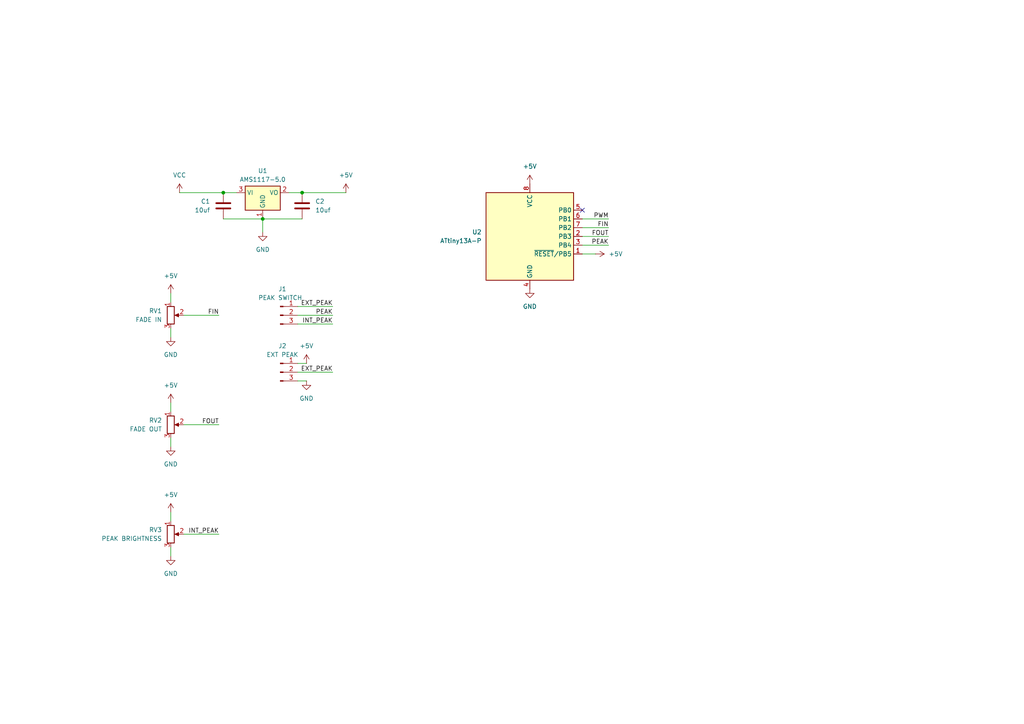
<source format=kicad_sch>
(kicad_sch (version 20250114) (generator "eeschema") (generator_version "9.0")
  (paper "A4")
  (title_block (title "ATtiny13A-based PWM Lighting Controller") (date "2025-06-09") (rev "1") (company "DIY Labs"))
  (lib_symbols
    (symbol "Connector:Conn_01x03_Pin" (pin_names (offset 1.016) (hide yes))
      (property "Reference" "J" (at 0 5.08 0))
      (property "Value" "Conn_01x03_Pin" (at 0 -5.08 0))
      (symbol "Conn_01x03_Pin_1_1"
        (rectangle (start 0.8636 2.667) (end 0 2.413) (stroke (width 0.1524)) (fill (type outline)))
        (rectangle (start 0.8636 0.127) (end 0 -0.127) (stroke (width 0.1524)) (fill (type outline)))
        (rectangle (start 0.8636 -2.413) (end 0 -2.667) (stroke (width 0.1524)) (fill (type outline)))
        (polyline (pts (xy 1.27 2.54) (xy 0.8636 2.54)) (stroke (width 0.1524)))
        (polyline (pts (xy 1.27 0) (xy 0.8636 0)) (stroke (width 0.1524)))
        (polyline (pts (xy 1.27 -2.54) (xy 0.8636 -2.54)) (stroke (width 0.1524)))
        (pin passive line (at 5.08 2.54 180) (length 3.81) (name "Pin_1") (number "1"))
        (pin passive line (at 5.08 0 180) (length 3.81) (name "Pin_2") (number "2"))
        (pin passive line (at 5.08 -2.54 180) (length 3.81) (name "Pin_3") (number "3"))
      )
    )
    (symbol "Device:C" (pin_numbers (hide yes)) (pin_names (offset 0.254))
      (property "Reference" "C" (at 0.635 2.54 0))
      (property "Value" "C" (at 0.635 -2.54 0))
      (symbol "C_0_1"
        (polyline (pts (xy -2.032 0.762) (xy 2.032 0.762)) (stroke (width 0.508)))
        (polyline (pts (xy -2.032 -0.762) (xy 2.032 -0.762)) (stroke (width 0.508)))
      )
      (symbol "C_1_1"
        (pin passive line (at 0 3.81 270) (length 2.794) (name "~") (number "1"))
        (pin passive line (at 0 -3.81 90) (length 2.794) (name "~") (number "2"))
      )
    )
    (symbol "Device:R_Potentiometer" (pin_names (offset 1.016) (hide yes))
      (property "Reference" "RV" (at -4.445 0 90))
      (property "Value" "R_Potentiometer" (at -2.54 0 90))
      (symbol "R_Potentiometer_0_1"
        (rectangle (start 1.016 2.54) (end -1.016 -2.54) (stroke (width 0.254)))
        (polyline (pts (xy 1.143 0) (xy 2.286 0.508) (xy 2.286 -0.508) (xy 1.143 0)) (fill (type outline)))
        (polyline (pts (xy 2.54 0) (xy 1.524 0)))
      )
      (symbol "R_Potentiometer_1_1"
        (pin passive line (at 0 3.81 270) (length 1.27) (name "1") (number "1"))
        (pin passive line (at 0 -3.81 90) (length 1.27) (name "3") (number "3"))
        (pin passive line (at 3.81 0 180) (length 1.27) (name "2") (number "2"))
      )
    )
    (symbol "MCU_Microchip_ATtiny:ATtiny13A-P"
      (property "Reference" "U" (at -12.7 13.97 0))
      (property "Value" "ATtiny13A-P" (at 2.54 -13.97 0))
      (symbol "ATtiny13A-P_0_1"
        (rectangle (start -12.7 -12.7) (end 12.7 12.7) (stroke (width 0.254)) (fill (type background)))
      )
      (symbol "ATtiny13A-P_1_1"
        (pin power_in line (at 0 15.24 270) (length 2.54) (name "VCC") (number "8"))
        (pin power_in line (at 0 -15.24 90) (length 2.54) (name "GND") (number "4"))
        (pin bidirectional line (at 15.24 7.62 180) (length 2.54) (name "PB0") (number "5"))
        (pin bidirectional line (at 15.24 5.08 180) (length 2.54) (name "PB1") (number "6"))
        (pin bidirectional line (at 15.24 2.54 180) (length 2.54) (name "PB2") (number "7"))
        (pin bidirectional line (at 15.24 0 180) (length 2.54) (name "PB3") (number "2"))
        (pin bidirectional line (at 15.24 -2.54 180) (length 2.54) (name "PB4") (number "3"))
        (pin bidirectional line (at 15.24 -5.08 180) (length 2.54) (name "~{RESET}/PB5") (number "1"))
      )
    )
    (symbol "Regulator_Linear:AMS1117-5.0"
      (property "Reference" "U" (at -3.81 3.175 0))
      (property "Value" "AMS1117-5.0" (at 0 3.175 0))
      (symbol "AMS1117-5.0_0_1"
        (rectangle (start -5.08 -5.08) (end 5.08 1.905) (stroke (width 0.254)) (fill (type background)))
      )
      (symbol "AMS1117-5.0_1_1"
        (pin power_in line (at -7.62 0 0) (length 2.54) (name "VI") (number "3"))
        (pin power_in line (at 0 -7.62 90) (length 2.54) (name "GND") (number "1"))
        (pin power_out line (at 7.62 0 180) (length 2.54) (name "VO") (number "2"))
      )
    )
    (symbol "power:+5V" (power) (pin_numbers (hide yes)) (pin_names (offset 0) (hide yes))
      (property "Value" "+5V" (at 0 3.556 0))
      (symbol "+5V_0_1"
        (polyline (pts (xy -0.762 1.27) (xy 0 2.54)))
        (polyline (pts (xy 0 2.54) (xy 0.762 1.27)))
        (polyline (pts (xy 0 0) (xy 0 2.54)))
      )
      (symbol "+5V_1_1"
        (pin power_in line (at 0 0 90) (length 0) (name "~") (number "1"))
      )
    )
    (symbol "power:GND" (power) (pin_numbers (hide yes)) (pin_names (offset 0) (hide yes))
      (property "Value" "GND" (at 0 -3.81 0))
      (symbol "GND_0_1"
        (polyline (pts (xy 0 0) (xy 0 -1.27) (xy 1.27 -1.27) (xy 0 -2.54) (xy -1.27 -1.27) (xy 0 -1.27)))
      )
      (symbol "GND_1_1"
        (pin power_in line (at 0 0 270) (length 0) (name "~") (number "1"))
      )
    )
    (symbol "power:VCC" (power) (pin_numbers (hide yes)) (pin_names (offset 0) (hide yes))
      (property "Value" "VCC" (at 0 3.556 0))
      (symbol "VCC_0_1"
        (polyline (pts (xy -0.762 1.27) (xy 0 2.54)))
        (polyline (pts (xy 0 2.54) (xy 0.762 1.27)))
        (polyline (pts (xy 0 0) (xy 0 2.54)))
      )
      (symbol "VCC_1_1"
        (pin power_in line (at 0 0 90) (length 0) (name "~") (number "1"))
      )
    )
  )
  (junction (at 64.77 55.88))
  (junction (at 87.63 55.88))
  (junction (at 76.2 63.5))
  (no_connect (at 168.91 60.96))
  (wire (pts (xy 86.36 105.41) (xy 88.9 105.41)))
  (wire (pts (xy 168.91 68.58) (xy 176.53 68.58)))
  (wire (pts (xy 53.34 91.44) (xy 63.5 91.44)))
  (wire (pts (xy 168.91 63.5) (xy 176.53 63.5)))
  (wire (pts (xy 49.53 95.25) (xy 49.53 97.79)))
  (wire (pts (xy 49.53 116.84) (xy 49.53 119.38)))
  (wire (pts (xy 49.53 127) (xy 49.53 129.54)))
  (wire (pts (xy 76.2 63.5) (xy 87.63 63.5)))
  (wire (pts (xy 49.53 148.59) (xy 49.53 151.13)))
  (wire (pts (xy 83.82 55.88) (xy 87.63 55.88)))
  (wire (pts (xy 64.77 63.5) (xy 76.2 63.5)))
  (wire (pts (xy 86.36 110.49) (xy 88.9 110.49)))
  (wire (pts (xy 49.53 158.75) (xy 49.53 161.29)))
  (wire (pts (xy 86.36 91.44) (xy 96.52 91.44)))
  (wire (pts (xy 168.91 66.04) (xy 176.53 66.04)))
  (wire (pts (xy 168.91 71.12) (xy 176.53 71.12)))
  (wire (pts (xy 52.07 55.88) (xy 64.77 55.88)))
  (wire (pts (xy 53.34 154.94) (xy 63.5 154.94)))
  (wire (pts (xy 64.77 55.88) (xy 68.58 55.88)))
  (wire (pts (xy 86.36 93.98) (xy 96.52 93.98)))
  (wire (pts (xy 49.53 85.09) (xy 49.53 87.63)))
  (wire (pts (xy 53.34 123.19) (xy 63.5 123.19)))
  (wire (pts (xy 76.2 63.5) (xy 76.2 67.31)))
  (wire (pts (xy 172.72 73.66) (xy 168.91 73.66)))
  (wire (pts (xy 87.63 55.88) (xy 100.33 55.88)))
  (wire (pts (xy 86.36 88.9) (xy 96.52 88.9)))
  (wire (pts (xy 86.36 107.95) (xy 96.52 107.95)))
  (label "FOUT" (at 176.53 68.58 180))
  (label "FIN" (at 63.5 91.44 180))
  (label "PEAK" (at 96.52 91.44 180))
  (label "PWM" (at 176.53 63.5 180))
  (label "PEAK" (at 176.53 71.12 180))
  (label "EXT_PEAK" (at 96.52 107.95 180))
  (label "INT_PEAK" (at 96.52 93.98 180))
  (label "EXT_PEAK" (at 96.52 88.9 180))
  (label "INT_PEAK" (at 63.5 154.94 180))
  (label "FOUT" (at 63.5 123.19 180))
  (label "FIN" (at 176.53 66.04 180))
  (symbol (lib_id "Device:C") (at 87.63 59.69 0) (unit 1)
    (property "Reference" "C2" (at 91.44 58.4199 0) (effects (justify left)))
    (property "Value" "10uf" (at 91.44 60.9599 0) (effects (justify left)))
    (property "Description" "Unpolarized capacitor" (effects (hide yes)))
  )
  (symbol (lib_id "power:GND") (at 49.53 161.29 0) (unit 1)
    (property "Reference" "#PWR012" (effects (hide yes)))
    (property "Value" "GND" (at 49.53 166.37 0))
    (property "Description" "Power symbol creates a global label with name \"GND\" , ground" (effects (hide yes)))
  )
  (symbol (lib_id "power:+5V") (at 172.72 73.66 270) (unit 1)
    (property "Reference" "#PWR06" (effects (hide yes)))
    (property "Value" "+5V" (at 176.53 73.6599 90) (effects (justify left)))
    (property "Description" "Power symbol creates a global label with name \"+5V\"" (effects (hide yes)))
  )
  (symbol (lib_id "power:+5V") (at 88.9 105.41 0) (unit 1)
    (property "Reference" "#PWR014" (effects (hide yes)))
    (property "Value" "+5V" (at 88.9 100.33 0))
    (property "Description" "Power symbol creates a global label with name \"+5V\"" (effects (hide yes)))
  )
  (symbol (lib_id "power:GND") (at 49.53 97.79 0) (unit 1)
    (property "Reference" "#PWR07" (effects (hide yes)))
    (property "Value" "GND" (at 49.53 102.87 0))
    (property "Description" "Power symbol creates a global label with name \"GND\" , ground" (effects (hide yes)))
  )
  (symbol (lib_id "Connector:Conn_01x03_Pin") (at 81.28 91.44 0) (unit 1)
    (property "Reference" "J1" (at 81.915 83.82 0))
    (property "Value" "PEAK SWITCH" (at 81.28 86.36 0))
    (property "Description" "Generic connector, single row, 01x03, script generated" (effects (hide yes)))
  )
  (symbol (lib_id "power:GND") (at 88.9 110.49 0) (unit 1)
    (property "Reference" "#PWR013" (effects (hide yes)))
    (property "Value" "GND" (at 88.9 115.57 0))
    (property "Description" "Power symbol creates a global label with name \"GND\" , ground" (effects (hide yes)))
  )
  (symbol (lib_id "power:GND") (at 49.53 129.54 0) (unit 1)
    (property "Reference" "#PWR010" (effects (hide yes)))
    (property "Value" "GND" (at 49.53 134.62 0))
    (property "Description" "Power symbol creates a global label with name \"GND\" , ground" (effects (hide yes)))
  )
  (symbol (lib_id "power:GND") (at 76.2 67.31 0) (unit 1)
    (property "Reference" "#PWR01" (effects (hide yes)))
    (property "Value" "GND" (at 76.2 72.39 0))
    (property "Description" "Power symbol creates a global label with name \"GND\" , ground" (effects (hide yes)))
  )
  (symbol (lib_id "power:+5V") (at 49.53 85.09 0) (unit 1)
    (property "Reference" "#PWR08" (effects (hide yes)))
    (property "Value" "+5V" (at 49.53 80.01 0))
    (property "Description" "Power symbol creates a global label with name \"+5V\"" (effects (hide yes)))
  )
  (symbol (lib_id "power:VCC") (at 52.07 55.88 0) (unit 1)
    (property "Reference" "#PWR03" (effects (hide yes)))
    (property "Value" "VCC" (at 52.07 50.8 0))
    (property "Description" "Power symbol creates a global label with name \"VCC\"" (effects (hide yes)))
  )
  (symbol (lib_id "MCU_Microchip_ATtiny:ATtiny13A-P") (at 153.67 68.58 0) (unit 1)
    (property "Reference" "U2" (at 139.7 67.3099 0) (effects (justify right)))
    (property "Value" "ATtiny13A-P" (at 139.7 69.8499 0) (effects (justify right)))
    (property "Footprint" "Package_DIP:DIP-8_W7.62mm" (effects (hide yes)))
    (property "Datasheet" "http://ww1.microchip.com/downloads/en/DeviceDoc/doc8126.pdf" (effects (hide yes)))
    (property "Description" "20MHz, 1kB Flash, 64B SRAM, 64B EEPROM, debugWIRE, DIP-8" (effects (hide yes)))
  )
  (symbol (lib_id "power:+5V") (at 49.53 148.59 0) (unit 1)
    (property "Reference" "#PWR011" (effects (hide yes)))
    (property "Value" "+5V" (at 49.53 143.51 0))
    (property "Description" "Power symbol creates a global label with name \"+5V\"" (effects (hide yes)))
  )
  (symbol (lib_id "Device:C") (at 64.77 59.69 0) (mirror y) (unit 1)
    (property "Reference" "C1" (at 60.96 58.4199 0) (effects (justify left)))
    (property "Value" "10uf" (at 60.96 60.9599 0) (effects (justify left)))
    (property "Description" "Unpolarized capacitor" (effects (hide yes)))
  )
  (symbol (lib_id "power:+5V") (at 100.33 55.88 0) (unit 1)
    (property "Reference" "#PWR02" (effects (hide yes)))
    (property "Value" "+5V" (at 100.33 50.8 0))
    (property "Description" "Power symbol creates a global label with name \"+5V\"" (effects (hide yes)))
  )
  (symbol (lib_id "power:+5V") (at 153.67 53.34 0) (unit 1)
    (property "Reference" "#PWR04" (effects (hide yes)))
    (property "Value" "+5V" (at 153.67 48.26 0))
    (property "Description" "Power symbol creates a global label with name \"+5V\"" (effects (hide yes)))
  )
  (symbol (lib_id "Connector:Conn_01x03_Pin") (at 81.28 107.95 0) (unit 1)
    (property "Reference" "J2" (at 81.915 100.33 0))
    (property "Value" "EXT PEAK" (at 81.915 102.87 0))
    (property "Description" "Generic connector, single row, 01x03, script generated" (effects (hide yes)))
  )
  (symbol (lib_id "Device:R_Potentiometer") (at 49.53 91.44 0) (unit 1)
    (property "Reference" "RV1" (at 46.99 90.1699 0) (effects (justify right)))
    (property "Value" "FADE IN" (at 46.99 92.7099 0) (effects (justify right)))
    (property "Description" "Potentiometer" (effects (hide yes)))
  )
  (symbol (lib_id "Regulator_Linear:AMS1117-5.0") (at 76.2 55.88 0) (unit 1)
    (property "Reference" "U1" (at 76.2 49.53 0))
    (property "Value" "AMS1117-5.0" (at 76.2 52.07 0))
    (property "Footprint" "Package_TO_SOT_SMD:SOT-223-3_TabPin2" (effects (hide yes)))
    (property "Datasheet" "http://www.advanced-monolithic.com/pdf/ds1117.pdf" (effects (hide yes)))
    (property "Description" "1A Low Dropout regulator, positive, 5.0V fixed output, SOT-223" (effects (hide yes)))
  )
  (symbol (lib_id "power:+5V") (at 49.53 116.84 0) (unit 1)
    (property "Reference" "#PWR09" (effects (hide yes)))
    (property "Value" "+5V" (at 49.53 111.76 0))
    (property "Description" "Power symbol creates a global label with name \"+5V\"" (effects (hide yes)))
  )
  (symbol (lib_id "power:GND") (at 153.67 83.82 0) (unit 1)
    (property "Reference" "#PWR05" (effects (hide yes)))
    (property "Value" "GND" (at 153.67 88.9 0))
    (property "Description" "Power symbol creates a global label with name \"GND\" , ground" (effects (hide yes)))
  )
  (symbol (lib_id "Device:R_Potentiometer") (at 49.53 154.94 0) (unit 1)
    (property "Reference" "RV3" (at 46.99 153.6699 0) (effects (justify right)))
    (property "Value" "PEAK BRIGHTNESS" (at 46.99 156.2099 0) (effects (justify right)))
    (property "Description" "Potentiometer" (effects (hide yes)))
  )
  (symbol (lib_id "Device:R_Potentiometer") (at 49.53 123.19 0) (unit 1)
    (property "Reference" "RV2" (at 46.99 121.9199 0) (effects (justify right)))
    (property "Value" "FADE OUT" (at 46.99 124.4599 0) (effects (justify right)))
    (property "Description" "Potentiometer" (effects (hide yes)))
  )
)
</source>
